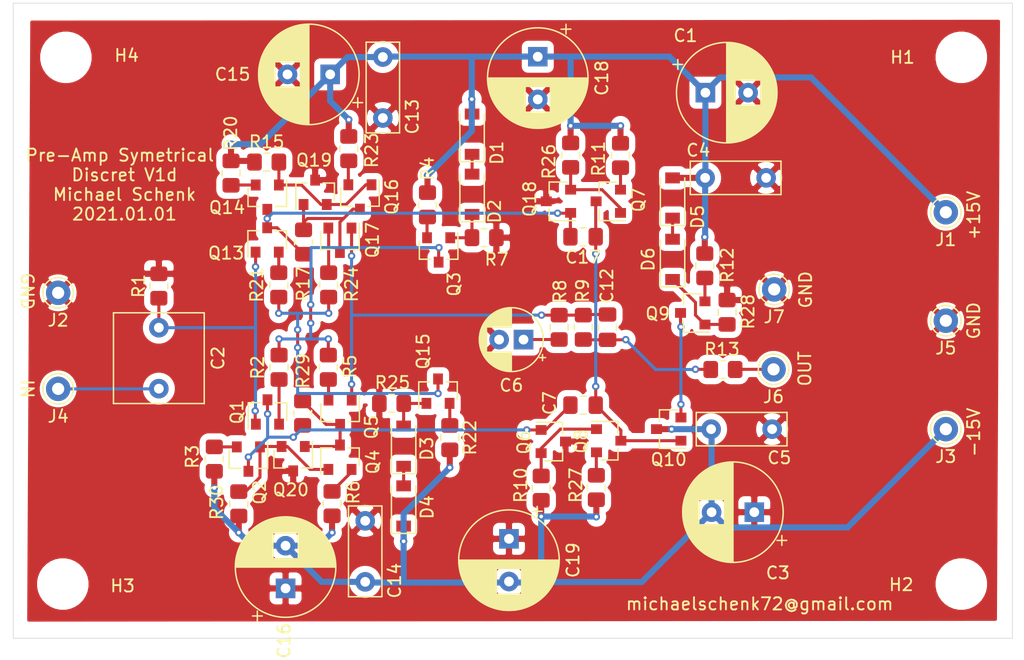
<source format=kicad_pcb>
(kicad_pcb (version 20171130) (host pcbnew "(5.1.8-0-10_14)")
  (layers (0 F.Cu signal) (31 B.Cu signal) (34 B.Paste user) (35 F.Paste user) (36 B.SilkS user) (37 F.SilkS user) (38 B.Mask user) (39 F.Mask user) (44 Edge.Cuts user))
  (net 0 "")
  (net 1 GND)
  (net 2 +15V)
  (net 3 "Net-(C2-Pad2)")
  (net 4 "Net-(C2-Pad1)")
  (net 5 -15V)
  (net 6 "Net-(C6-Pad1)")
  (net 7 "Net-(C7-Pad2)")
  (net 8 "Net-(D1-Pad1)")
  (net 9 "Net-(D2-Pad1)")
  (net 10 "Net-(J6-Pad1)")
  (net 11 "Net-(Q1-Pad2)")
  (net 12 "Net-(Q2-Pad2)")
  (net 13 "Net-(Q2-Pad1)")
  (net 14 "Net-(Q3-Pad3)")
  (net 15 "Net-(Q3-Pad2)")
  (net 16 "Net-(Q4-Pad2)")
  (net 17 "Net-(Q5-Pad2)")
  (net 18 "Net-(Q6-Pad2)")
  (net 19 "Net-(Q7-Pad2)")
  (net 20 "Net-(Q9-Pad2)")
  (net 21 "Net-(C12-Pad2)")
  (net 22 "Net-(C12-Pad1)")
  (net 23 "Net-(C17-Pad1)")
  (net 24 "Net-(C17-Pad2)")
  (net 25 "Net-(D3-Pad2)")
  (net 26 "Net-(D3-Pad1)")
  (net 27 "Net-(D5-Pad1)")
  (net 28 "Net-(D6-Pad1)")
  (net 29 "Net-(Q18-Pad2)")
  (net 30 "Net-(Q8-Pad2)")
  (net 31 "Net-(Q13-Pad2)")
  (net 32 "Net-(Q14-Pad2)")
  (net 33 "Net-(Q14-Pad1)")
  (net 34 "Net-(Q15-Pad3)")
  (net 35 "Net-(Q15-Pad2)")
  (net 36 "Net-(Q16-Pad2)")
  (net 37 "Net-(Q17-Pad2)")
  (net 38 "Net-(Q20-Pad1)")
  (net 39 "Net-(Q16-Pad3)")
  (module Capacitor_THT:CP_Radial_D8.0mm_P3.50mm (layer F.Cu) (at 178.6636 103.2256)
    (fp_text reference C1 (at -1.6383 -4.6736) (layer F.SilkS))
    (fp_text value 220uF)
    (pad 2 thru_hole circle (at 3.5 0) (size 1.6 1.6) (drill 0.8) (layers *.Cu *.Mask) (net 1 GND))
    (pad 1 thru_hole rect (at 0 0) (size 1.6 1.6) (drill 0.8) (layers *.Cu *.Mask) (net 2 +15V))
  )
  (module Resistor_SMD:R_0805_2012Metric_Pad1.20x1.40mm_HandSolder (layer F.Cu) (at 140.4112 136.9314 270)
    (fp_text reference R30 (at -0.127 1.8034 90) (layer F.SilkS))
    (fp_text value 1k)
    (pad 2 smd roundrect (at 1 0 270) (size 1.2 1.4) (layers F.Cu F.Paste F.Mask) (roundrect_rratio 0.2083325) (net 5 -15V))
    (pad 1 smd roundrect (at -1 0 270) (size 1.2 1.4) (layers F.Cu F.Paste F.Mask) (roundrect_rratio 0.2083325) (net 13 "Net-(Q2-Pad1)"))
  )
  (module Resistor_SMD:R_0805_2012Metric_Pad1.20x1.40mm_HandSolder (layer F.Cu) (at 145.6436 129.4986 270)
    (fp_text reference R29 (at -3.4638 -0.0254 90) (layer F.SilkS))
    (fp_text value 47k)
    (pad 2 smd roundrect (at 1 0 270) (size 1.2 1.4) (layers F.Cu F.Paste F.Mask) (roundrect_rratio 0.2083325) (net 7 "Net-(C7-Pad2)"))
    (pad 1 smd roundrect (at -1 0 270) (size 1.2 1.4) (layers F.Cu F.Paste F.Mask) (roundrect_rratio 0.2083325) (net 38 "Net-(Q20-Pad1)"))
  )
  (module Resistor_SMD:R_0805_2012Metric_Pad1.20x1.40mm_HandSolder (layer F.Cu) (at 145.7198 115.4684 270)
    (fp_text reference R17 (at 3.429 0.0254 90) (layer F.SilkS))
    (fp_text value 47k)
    (pad 2 smd roundrect (at 1 0 270) (size 1.2 1.4) (layers F.Cu F.Paste F.Mask) (roundrect_rratio 0.2083325) (net 24 "Net-(C17-Pad2)"))
    (pad 1 smd roundrect (at -1 0 270) (size 1.2 1.4) (layers F.Cu F.Paste F.Mask) (roundrect_rratio 0.2083325) (net 39 "Net-(Q16-Pad3)"))
  )
  (module Resistor_SMD:R_0805_2012Metric_Pad1.20x1.40mm_HandSolder (layer F.Cu) (at 142.6972 108.9152)
    (fp_text reference R15 (at 0 -1.65) (layer F.SilkS))
    (fp_text value 1k)
    (pad 2 smd roundrect (at 1 0) (size 1.2 1.4) (layers F.Cu F.Paste F.Mask) (roundrect_rratio 0.2083325) (net 33 "Net-(Q14-Pad1)"))
    (pad 1 smd roundrect (at -1 0) (size 1.2 1.4) (layers F.Cu F.Paste F.Mask) (roundrect_rratio 0.2083325) (net 2 +15V))
  )
  (module Package_TO_SOT_SMD:SOT-23 (layer F.Cu) (at 144.8714 133.2324 270)
    (fp_text reference Q20 (at 2.556 0.193 180) (layer F.SilkS))
    (fp_text value BC850C)
    (pad 3 smd rect (at 1 0 270) (size 0.9 0.8) (layers F.Cu F.Paste F.Mask) (net 1 GND))
    (pad 2 smd rect (at -1 0.95 270) (size 0.9 0.8) (layers F.Cu F.Paste F.Mask) (net 13 "Net-(Q2-Pad1)"))
    (pad 1 smd rect (at -1 -0.95 270) (size 0.9 0.8) (layers F.Cu F.Paste F.Mask) (net 38 "Net-(Q20-Pad1)"))
  )
  (module Package_TO_SOT_SMD:SOT-23 (layer F.Cu) (at 146.6698 111.395 90)
    (fp_text reference Q19 (at 2.6322 -0.0864 180) (layer F.SilkS))
    (fp_text value BC860C)
    (pad 3 smd rect (at 1 0 90) (size 0.9 0.8) (layers F.Cu F.Paste F.Mask) (net 1 GND))
    (pad 2 smd rect (at -1 0.95 90) (size 0.9 0.8) (layers F.Cu F.Paste F.Mask) (net 33 "Net-(Q14-Pad1)"))
    (pad 1 smd rect (at -1 -0.95 90) (size 0.9 0.8) (layers F.Cu F.Paste F.Mask) (net 39 "Net-(Q16-Pad3)"))
  )
  (module Capacitor_THT:CP_Radial_D8.0mm_P3.50mm (layer F.Cu) (at 162.56 139.8016 270)
    (fp_text reference C19 (at 1.75 -5.25 90) (layer F.SilkS))
    (fp_text value 220uF)
    (pad 2 thru_hole circle (at 3.5 0 270) (size 1.6 1.6) (drill 0.8) (layers *.Cu *.Mask) (net 5 -15V))
    (pad 1 thru_hole rect (at 0 0 270) (size 1.6 1.6) (drill 0.8) (layers *.Cu *.Mask) (net 1 GND))
  )
  (module Capacitor_THT:CP_Radial_D8.0mm_P3.50mm (layer F.Cu) (at 164.9222 100.2792 270)
    (fp_text reference C18 (at 1.75 -5.25 90) (layer F.SilkS))
    (fp_text value 220uF)
    (pad 2 thru_hole circle (at 3.5 0 270) (size 1.6 1.6) (drill 0.8) (layers *.Cu *.Mask) (net 1 GND))
    (pad 1 thru_hole rect (at 0 0 270) (size 1.6 1.6) (drill 0.8) (layers *.Cu *.Mask) (net 2 +15V))
  )
  (module Resistor_SMD:R_0805_2012Metric_Pad1.20x1.40mm_HandSolder (layer F.Cu) (at 138.4046 133.2644 270)
    (fp_text reference R3 (at -0.1938 1.8034 90) (layer F.SilkS))
    (fp_text value 68R)
    (pad 2 smd roundrect (at 1 0 270) (size 1.2 1.4) (layers F.Cu F.Paste F.Mask) (roundrect_rratio 0.2083325) (net 5 -15V))
    (pad 1 smd roundrect (at -1 0 270) (size 1.2 1.4) (layers F.Cu F.Paste F.Mask) (roundrect_rratio 0.2083325) (net 12 "Net-(Q2-Pad2)"))
  )
  (module Capacitor_THT:CP_Radial_D5.0mm_P2.00mm (layer F.Cu) (at 163.7538 123.4694 180)
    (fp_text reference C6 (at 1 -3.75) (layer F.SilkS))
    (fp_text value 100uF)
    (pad 2 thru_hole circle (at 2 0 180) (size 1.6 1.6) (drill 0.8) (layers *.Cu *.Mask) (net 1 GND))
    (pad 1 thru_hole rect (at 0 0 180) (size 1.6 1.6) (drill 0.8) (layers *.Cu *.Mask) (net 6 "Net-(C6-Pad1)"))
  )
  (module Package_TO_SOT_SMD:SOT-23 (layer F.Cu) (at 166.6146 112.1308 180)
    (fp_text reference Q18 (at 2.3528 0.193 90) (layer F.SilkS))
    (fp_text value BC860C)
    (pad 3 smd rect (at 1 0 180) (size 0.9 0.8) (layers F.Cu F.Paste F.Mask) (net 1 GND))
    (pad 2 smd rect (at -1 0.95 180) (size 0.9 0.8) (layers F.Cu F.Paste F.Mask) (net 29 "Net-(Q18-Pad2)"))
    (pad 1 smd rect (at -1 -0.95 180) (size 0.9 0.8) (layers F.Cu F.Paste F.Mask) (net 24 "Net-(C17-Pad2)"))
  )
  (module Resistor_SMD:R_0805_2012Metric_Pad1.20x1.40mm_HandSolder (layer F.Cu) (at 180.102 125.9205 180)
    (fp_text reference R13 (at 0.0795 1.651) (layer F.SilkS))
    (fp_text value 47R)
    (pad 2 smd roundrect (at 1 0 180) (size 1.2 1.4) (layers F.Cu F.Paste F.Mask) (roundrect_rratio 0.2083325) (net 22 "Net-(C12-Pad1)"))
    (pad 1 smd roundrect (at -1 0 180) (size 1.2 1.4) (layers F.Cu F.Paste F.Mask) (roundrect_rratio 0.2083325) (net 10 "Net-(J6-Pad1)"))
  )
  (module Resistor_SMD:R_0805_2012Metric_Pad1.20x1.40mm_HandSolder (layer F.Cu) (at 180.4416 121.2248 90)
    (fp_text reference R28 (at 0.0414 1.7145 90) (layer F.SilkS))
    (fp_text value 10k)
    (pad 2 smd roundrect (at 1 0 90) (size 1.2 1.4) (layers F.Cu F.Paste F.Mask) (roundrect_rratio 0.2083325) (net 1 GND))
    (pad 1 smd roundrect (at -1 0 90) (size 1.2 1.4) (layers F.Cu F.Paste F.Mask) (roundrect_rratio 0.2083325) (net 28 "Net-(D6-Pad1)"))
  )
  (module Resistor_SMD:R_0805_2012Metric_Pad1.20x1.40mm_HandSolder (layer F.Cu) (at 169.7228 135.5946 270)
    (fp_text reference R27 (at -0.1872 1.6764 90) (layer F.SilkS))
    (fp_text value 39R)
    (pad 2 smd roundrect (at 1 0 270) (size 1.2 1.4) (layers F.Cu F.Paste F.Mask) (roundrect_rratio 0.2083325) (net 5 -15V))
    (pad 1 smd roundrect (at -1 0 270) (size 1.2 1.4) (layers F.Cu F.Paste F.Mask) (roundrect_rratio 0.2083325) (net 30 "Net-(Q8-Pad2)"))
  )
  (module Resistor_SMD:R_0805_2012Metric_Pad1.20x1.40mm_HandSolder (layer F.Cu) (at 167.6146 108.347 270)
    (fp_text reference R26 (at 0.524 1.778 90) (layer F.SilkS))
    (fp_text value 2k2)
    (pad 2 smd roundrect (at 1 0 270) (size 1.2 1.4) (layers F.Cu F.Paste F.Mask) (roundrect_rratio 0.2083325) (net 29 "Net-(Q18-Pad2)"))
    (pad 1 smd roundrect (at -1 0 270) (size 1.2 1.4) (layers F.Cu F.Paste F.Mask) (roundrect_rratio 0.2083325) (net 2 +15V))
  )
  (module Resistor_SMD:R_0805_2012Metric_Pad1.20x1.40mm_HandSolder (layer F.Cu) (at 152.9334 128.7018)
    (fp_text reference R25 (at 0.0762 -1.7018) (layer F.SilkS))
    (fp_text value 10k)
    (pad 2 smd roundrect (at 1 0) (size 1.2 1.4) (layers F.Cu F.Paste F.Mask) (roundrect_rratio 0.2083325) (net 25 "Net-(D3-Pad2)"))
    (pad 1 smd roundrect (at -1 0) (size 1.2 1.4) (layers F.Cu F.Paste F.Mask) (roundrect_rratio 0.2083325) (net 1 GND))
  )
  (module Resistor_SMD:R_0805_2012Metric_Pad1.20x1.40mm_HandSolder (layer F.Cu) (at 147.7772 118.983 270)
    (fp_text reference R24 (at -0.0348 -1.8796 90) (layer F.SilkS))
    (fp_text value 100R)
    (pad 2 smd roundrect (at 1 0 270) (size 1.2 1.4) (layers F.Cu F.Paste F.Mask) (roundrect_rratio 0.2083325) (net 34 "Net-(Q15-Pad3)"))
    (pad 1 smd roundrect (at -1 0 270) (size 1.2 1.4) (layers F.Cu F.Paste F.Mask) (roundrect_rratio 0.2083325) (net 37 "Net-(Q17-Pad2)"))
  )
  (module Resistor_SMD:R_0805_2012Metric_Pad1.20x1.40mm_HandSolder (layer F.Cu) (at 149.4282 107.8136 270)
    (fp_text reference R23 (at 0.1364 -1.8796 90) (layer F.SilkS))
    (fp_text value 68R)
    (pad 2 smd roundrect (at 1 0 270) (size 1.2 1.4) (layers F.Cu F.Paste F.Mask) (roundrect_rratio 0.2083325) (net 36 "Net-(Q16-Pad2)"))
    (pad 1 smd roundrect (at -1 0 270) (size 1.2 1.4) (layers F.Cu F.Paste F.Mask) (roundrect_rratio 0.2083325) (net 2 +15V))
  )
  (module Resistor_SMD:R_0805_2012Metric_Pad1.20x1.40mm_HandSolder (layer F.Cu) (at 157.7086 131.5052 270)
    (fp_text reference R22 (at 0 -1.65 90) (layer F.SilkS))
    (fp_text value 100R)
    (pad 2 smd roundrect (at 1 0 270) (size 1.2 1.4) (layers F.Cu F.Paste F.Mask) (roundrect_rratio 0.2083325) (net 5 -15V))
    (pad 1 smd roundrect (at -1 0 270) (size 1.2 1.4) (layers F.Cu F.Paste F.Mask) (roundrect_rratio 0.2083325) (net 35 "Net-(Q15-Pad2)"))
  )
  (module Resistor_SMD:R_0805_2012Metric_Pad1.20x1.40mm_HandSolder (layer F.Cu) (at 143.6878 118.983 270)
    (fp_text reference R21 (at -0.0094 1.8034 90) (layer F.SilkS))
    (fp_text value 100R)
    (pad 2 smd roundrect (at 1 0 270) (size 1.2 1.4) (layers F.Cu F.Paste F.Mask) (roundrect_rratio 0.2083325) (net 34 "Net-(Q15-Pad3)"))
    (pad 1 smd roundrect (at -1 0 270) (size 1.2 1.4) (layers F.Cu F.Paste F.Mask) (roundrect_rratio 0.2083325) (net 31 "Net-(Q13-Pad2)"))
  )
  (module Resistor_SMD:R_0805_2012Metric_Pad1.20x1.40mm_HandSolder (layer F.Cu) (at 139.7762 109.8202 270)
    (fp_text reference R20 (at -3.2672 0.0254 90) (layer F.SilkS))
    (fp_text value 68R)
    (pad 2 smd roundrect (at 1 0 270) (size 1.2 1.4) (layers F.Cu F.Paste F.Mask) (roundrect_rratio 0.2083325) (net 32 "Net-(Q14-Pad2)"))
    (pad 1 smd roundrect (at -1 0 270) (size 1.2 1.4) (layers F.Cu F.Paste F.Mask) (roundrect_rratio 0.2083325) (net 2 +15V))
  )
  (module Package_TO_SOT_SMD:SOT-23 (layer F.Cu) (at 148.7018 115.3254 270)
    (fp_text reference Q17 (at -0.016 -2.667 90) (layer F.SilkS))
    (fp_text value BC850C)
    (pad 3 smd rect (at 1 0 270) (size 0.9 0.8) (layers F.Cu F.Paste F.Mask) (net 39 "Net-(Q16-Pad3)"))
    (pad 2 smd rect (at -1 0.95 270) (size 0.9 0.8) (layers F.Cu F.Paste F.Mask) (net 37 "Net-(Q17-Pad2)"))
    (pad 1 smd rect (at -1 -0.95 270) (size 0.9 0.8) (layers F.Cu F.Paste F.Mask) (net 21 "Net-(C12-Pad2)"))
  )
  (module Package_TO_SOT_SMD:SOT-23 (layer F.Cu) (at 150.3426 111.776 270)
    (fp_text reference Q16 (at -0.016 -2.6035 90) (layer F.SilkS))
    (fp_text value BC860C)
    (pad 3 smd rect (at 1 0 270) (size 0.9 0.8) (layers F.Cu F.Paste F.Mask) (net 39 "Net-(Q16-Pad3)"))
    (pad 2 smd rect (at -1 0.95 270) (size 0.9 0.8) (layers F.Cu F.Paste F.Mask) (net 36 "Net-(Q16-Pad2)"))
    (pad 1 smd rect (at -1 -0.95 270) (size 0.9 0.8) (layers F.Cu F.Paste F.Mask) (net 33 "Net-(Q14-Pad1)"))
  )
  (module Package_TO_SOT_SMD:SOT-23 (layer F.Cu) (at 156.7434 127.6952 90)
    (fp_text reference Q15 (at 3.2606 -1.2192 90) (layer F.SilkS))
    (fp_text value BC850C)
    (pad 3 smd rect (at 1 0 90) (size 0.9 0.8) (layers F.Cu F.Paste F.Mask) (net 34 "Net-(Q15-Pad3)"))
    (pad 2 smd rect (at -1 0.95 90) (size 0.9 0.8) (layers F.Cu F.Paste F.Mask) (net 35 "Net-(Q15-Pad2)"))
    (pad 1 smd rect (at -1 -0.95 90) (size 0.9 0.8) (layers F.Cu F.Paste F.Mask) (net 25 "Net-(D3-Pad2)"))
  )
  (module Package_TO_SOT_SMD:SOT-23 (layer F.Cu) (at 142.748 111.7948 270)
    (fp_text reference Q14 (at 0.8542 3.302) (layer F.SilkS))
    (fp_text value BC860C)
    (pad 3 smd rect (at 1 0 270) (size 0.9 0.8) (layers F.Cu F.Paste F.Mask) (net 24 "Net-(C17-Pad2)"))
    (pad 2 smd rect (at -1 0.95 270) (size 0.9 0.8) (layers F.Cu F.Paste F.Mask) (net 32 "Net-(Q14-Pad2)"))
    (pad 1 smd rect (at -1 -0.95 270) (size 0.9 0.8) (layers F.Cu F.Paste F.Mask) (net 33 "Net-(Q14-Pad1)"))
  )
  (module Package_TO_SOT_SMD:SOT-23 (layer F.Cu) (at 142.7378 115.3 90)
    (fp_text reference Q13 (at -1.0828 -3.368 180) (layer F.SilkS))
    (fp_text value BC850C)
    (pad 3 smd rect (at 1 0 90) (size 0.9 0.8) (layers F.Cu F.Paste F.Mask) (net 24 "Net-(C17-Pad2)"))
    (pad 2 smd rect (at -1 0.95 90) (size 0.9 0.8) (layers F.Cu F.Paste F.Mask) (net 31 "Net-(Q13-Pad2)"))
    (pad 1 smd rect (at -1 -0.95 90) (size 0.9 0.8) (layers F.Cu F.Paste F.Mask) (net 4 "Net-(C2-Pad1)"))
  )
  (module Diode_SMD:D_SOD-123 (layer F.Cu) (at 175.9712 116.8908 90)
    (fp_text reference D6 (at 0 -2 90) (layer F.SilkS))
    (fp_text value 1N4148W)
    (pad 2 smd rect (at 1.65 0 90) (size 0.9 1.2) (layers F.Cu F.Paste F.Mask) (net 27 "Net-(D5-Pad1)"))
    (pad 1 smd rect (at -1.65 0 90) (size 0.9 1.2) (layers F.Cu F.Paste F.Mask) (net 28 "Net-(D6-Pad1)"))
  )
  (module Diode_SMD:D_SOD-123 (layer F.Cu) (at 175.9712 111.8626 90)
    (fp_text reference D5 (at -1.5484 2.0574 90) (layer F.SilkS))
    (fp_text value 1N4148W)
    (pad 2 smd rect (at 1.65 0 90) (size 0.9 1.2) (layers F.Cu F.Paste F.Mask) (net 2 +15V))
    (pad 1 smd rect (at -1.65 0 90) (size 0.9 1.2) (layers F.Cu F.Paste F.Mask) (net 27 "Net-(D5-Pad1)"))
  )
  (module Diode_SMD:D_SOD-123 (layer F.Cu) (at 153.924 137.1082 90)
    (fp_text reference D4 (at -0.1026 1.9304 90) (layer F.SilkS))
    (fp_text value 1N4148W)
    (pad 2 smd rect (at 1.65 0 90) (size 0.9 1.2) (layers F.Cu F.Paste F.Mask) (net 26 "Net-(D3-Pad1)"))
    (pad 1 smd rect (at -1.65 0 90) (size 0.9 1.2) (layers F.Cu F.Paste F.Mask) (net 5 -15V))
  )
  (module Diode_SMD:D_SOD-123 (layer F.Cu) (at 153.924 132.207 90)
    (fp_text reference D3 (at -0.2032 1.905 90) (layer F.SilkS))
    (fp_text value 1N4148W)
    (pad 2 smd rect (at 1.65 0 90) (size 0.9 1.2) (layers F.Cu F.Paste F.Mask) (net 25 "Net-(D3-Pad2)"))
    (pad 1 smd rect (at -1.65 0 90) (size 0.9 1.2) (layers F.Cu F.Paste F.Mask) (net 26 "Net-(D3-Pad1)"))
  )
  (module Capacitor_SMD:C_0805_2012Metric_Pad1.18x1.45mm_HandSolder (layer F.Cu) (at 168.6345 115.0366 180)
    (fp_text reference C17 (at 0 -1.68) (layer F.SilkS))
    (fp_text value 270pF)
    (pad 2 smd roundrect (at 1.0375 0 180) (size 1.175 1.45) (layers F.Cu F.Paste F.Mask) (roundrect_rratio 0.2127659574468085) (net 24 "Net-(C17-Pad2)"))
    (pad 1 smd roundrect (at -1.0375 0 180) (size 1.175 1.45) (layers F.Cu F.Paste F.Mask) (roundrect_rratio 0.2127659574468085) (net 23 "Net-(C17-Pad1)"))
  )
  (module Capacitor_THT:CP_Radial_D8.0mm_P3.50mm (layer F.Cu) (at 144.2466 143.8656 90)
    (fp_text reference C16 (at -4.2926 -0.127 90) (layer F.SilkS))
    (fp_text value 220uF)
    (pad 2 thru_hole circle (at 3.5 0 90) (size 1.6 1.6) (drill 0.8) (layers *.Cu *.Mask) (net 5 -15V))
    (pad 1 thru_hole rect (at 0 0 90) (size 1.6 1.6) (drill 0.8) (layers *.Cu *.Mask) (net 1 GND))
  )
  (module Capacitor_THT:CP_Radial_D8.0mm_P3.50mm (layer F.Cu) (at 147.9042 101.727 180)
    (fp_text reference C15 (at 8.001 0) (layer F.SilkS))
    (fp_text value 220uF)
    (pad 2 thru_hole circle (at 3.5 0 180) (size 1.6 1.6) (drill 0.8) (layers *.Cu *.Mask) (net 1 GND))
    (pad 1 thru_hole rect (at 0 0 180) (size 1.6 1.6) (drill 0.8) (layers *.Cu *.Mask) (net 2 +15V))
  )
  (module Capacitor_THT:CP_Radial_D8.0mm_P3.50mm (layer F.Cu) (at 182.6716 137.6172 180)
    (fp_text reference C3 (at -1.9304 -4.9784) (layer F.SilkS))
    (fp_text value 220uF)
    (pad 2 thru_hole circle (at 3.5 0 180) (size 1.6 1.6) (drill 0.8) (layers *.Cu *.Mask) (net 5 -15V))
    (pad 1 thru_hole rect (at 0 0 180) (size 1.6 1.6) (drill 0.8) (layers *.Cu *.Mask) (net 1 GND))
  )
  (module Capacitor_THT:C_Rect_L7.2mm_W2.5mm_P5.00mm_FKS2_FKP2_MKS2_MKP2 (layer F.Cu) (at 150.7744 143.3284 90)
    (fp_text reference C14 (at 0.0978 2.413 90) (layer F.SilkS))
    (fp_text value 100nF)
    (pad 2 thru_hole circle (at 5 0 90) (size 1.6 1.6) (drill 0.8) (layers *.Cu *.Mask) (net 1 GND))
    (pad 1 thru_hole circle (at 0 0 90) (size 1.6 1.6) (drill 0.8) (layers *.Cu *.Mask) (net 5 -15V))
  )
  (module Capacitor_THT:C_Rect_L7.2mm_W2.5mm_P5.00mm_FKS2_FKP2_MKS2_MKP2 (layer F.Cu) (at 152.2222 105.3046 90)
    (fp_text reference C13 (at 0.1105 2.413 90) (layer F.SilkS))
    (fp_text value 100nF)
    (pad 2 thru_hole circle (at 5 0 90) (size 1.6 1.6) (drill 0.8) (layers *.Cu *.Mask) (net 2 +15V))
    (pad 1 thru_hole circle (at 0 0 90) (size 1.6 1.6) (drill 0.8) (layers *.Cu *.Mask) (net 1 GND))
  )
  (module Capacitor_THT:C_Rect_L7.2mm_W2.5mm_P5.00mm_FKS2_FKP2_MKS2_MKP2 (layer F.Cu) (at 179.1335 130.81)
    (fp_text reference C5 (at 5.588 2.3495) (layer F.SilkS))
    (fp_text value 100nF)
    (pad 2 thru_hole circle (at 5 0) (size 1.6 1.6) (drill 0.8) (layers *.Cu *.Mask) (net 1 GND))
    (pad 1 thru_hole circle (at 0 0) (size 1.6 1.6) (drill 0.8) (layers *.Cu *.Mask) (net 5 -15V))
  )
  (module Capacitor_THT:C_Rect_L7.2mm_W2.5mm_P5.00mm_FKS2_FKP2_MKS2_MKP2 (layer F.Cu) (at 183.642 110.2106 180)
    (fp_text reference C4 (at 5.5626 2.2606) (layer F.SilkS))
    (fp_text value 100nF)
    (pad 2 thru_hole circle (at 5 0 180) (size 1.6 1.6) (drill 0.8) (layers *.Cu *.Mask) (net 2 +15V))
    (pad 1 thru_hole circle (at 0 0 180) (size 1.6 1.6) (drill 0.8) (layers *.Cu *.Mask) (net 1 GND))
  )
  (module Connector_Pin:Pin_D1.0mm_L10.0mm (layer F.Cu) (at 184.3024 119.3546)
    (fp_text reference J7 (at 0 2.25) (layer F.SilkS))
    (fp_text value Conn_01x01)
    (pad 1 thru_hole circle (at 0 0) (size 2 2) (drill 1) (layers *.Cu *.Mask) (net 1 GND))
  )
  (module Connector_Pin:Pin_D1.0mm_L10.0mm (layer F.Cu) (at 184.2516 125.9078)
    (fp_text reference J6 (at 0 2.25) (layer F.SilkS))
    (fp_text value Conn_01x01)
    (pad 1 thru_hole circle (at 0 0) (size 2 2) (drill 1) (layers *.Cu *.Mask) (net 10 "Net-(J6-Pad1)"))
  )
  (module Connector_Pin:Pin_D1.0mm_L10.0mm (layer F.Cu) (at 198.374 121.92)
    (fp_text reference J5 (at 0 2.25) (layer F.SilkS))
    (fp_text value Conn_01x01)
    (pad 1 thru_hole circle (at 0 0) (size 2 2) (drill 1) (layers *.Cu *.Mask) (net 1 GND))
  )
  (module Connector_Pin:Pin_D1.0mm_L10.0mm (layer F.Cu) (at 125.603 127.508)
    (fp_text reference J4 (at 0 2.25) (layer F.SilkS))
    (fp_text value Conn_01x01)
    (pad 1 thru_hole circle (at 0 0) (size 2 2) (drill 1) (layers *.Cu *.Mask) (net 3 "Net-(C2-Pad2)"))
  )
  (module Connector_Pin:Pin_D1.0mm_L10.0mm (layer F.Cu) (at 198.374 130.81)
    (fp_text reference J3 (at 0 2.25) (layer F.SilkS))
    (fp_text value Conn_01x01)
    (pad 1 thru_hole circle (at 0 0) (size 2 2) (drill 1) (layers *.Cu *.Mask) (net 5 -15V))
  )
  (module Connector_Pin:Pin_D1.0mm_L10.0mm (layer F.Cu) (at 125.603 119.634)
    (fp_text reference J2 (at 0 2.25) (layer F.SilkS))
    (fp_text value Conn_01x01)
    (pad 1 thru_hole circle (at 0 0) (size 2 2) (drill 1) (layers *.Cu *.Mask) (net 1 GND))
  )
  (module Connector_Pin:Pin_D1.0mm_L10.0mm (layer F.Cu) (at 198.374 113.03)
    (fp_text reference J1 (at 0 2.25) (layer F.SilkS))
    (fp_text value Conn_01x01)
    (pad 1 thru_hole circle (at 0 0) (size 2 2) (drill 1) (layers *.Cu *.Mask) (net 2 +15V))
  )
  (module Package_TO_SOT_SMD:SOT-23 (layer F.Cu) (at 148.7068 133.112 90)
    (fp_text reference Q4 (at -0.3904 2.7026 270) (layer F.SilkS))
    (fp_text value BC850C)
    (pad 3 smd rect (at 1 0 90) (size 0.9 0.8) (layers F.Cu F.Paste F.Mask) (net 38 "Net-(Q20-Pad1)"))
    (pad 2 smd rect (at -1 0.95 90) (size 0.9 0.8) (layers F.Cu F.Paste F.Mask) (net 16 "Net-(Q4-Pad2)"))
    (pad 1 smd rect (at -1 -0.95 90) (size 0.9 0.8) (layers F.Cu F.Paste F.Mask) (net 13 "Net-(Q2-Pad1)"))
  )
  (module Package_TO_SOT_SMD:SOT-23 (layer F.Cu) (at 175.657 130.8075 180)
    (fp_text reference Q10 (at 0 -2.5) (layer F.SilkS))
    (fp_text value BC860C)
    (pad 3 smd rect (at 1 0 180) (size 0.9 0.8) (layers F.Cu F.Paste F.Mask) (net 5 -15V))
    (pad 2 smd rect (at -1 0.95 180) (size 0.9 0.8) (layers F.Cu F.Paste F.Mask) (net 22 "Net-(C12-Pad1)"))
    (pad 1 smd rect (at -1 -0.95 180) (size 0.9 0.8) (layers F.Cu F.Paste F.Mask) (net 23 "Net-(C17-Pad1)"))
  )
  (module Resistor_SMD:R_0805_2012Metric_Pad1.20x1.40mm_HandSolder (layer F.Cu) (at 155.8798 112.4204 270)
    (fp_text reference R4 (at -2.9685 0 90) (layer F.SilkS))
    (fp_text value 100R)
    (pad 2 smd roundrect (at 1 0 270) (size 1.2 1.4) (layers F.Cu F.Paste F.Mask) (roundrect_rratio 0.2083325) (net 15 "Net-(Q3-Pad2)"))
    (pad 1 smd roundrect (at -1 0 270) (size 1.2 1.4) (layers F.Cu F.Paste F.Mask) (roundrect_rratio 0.2083325) (net 2 +15V))
  )
  (module Capacitor_SMD:C_0805_2012Metric_Pad1.18x1.45mm_HandSolder (layer F.Cu) (at 168.6345 128.8415 180)
    (fp_text reference C7 (at 2.7471 0.1651 90) (layer F.SilkS))
    (fp_text value 270pF)
    (pad 2 smd roundrect (at 1.0375 0 180) (size 1.175 1.45) (layers F.Cu F.Paste F.Mask) (roundrect_rratio 0.2127659574468085) (net 7 "Net-(C7-Pad2)"))
    (pad 1 smd roundrect (at -1.0375 0 180) (size 1.175 1.45) (layers F.Cu F.Paste F.Mask) (roundrect_rratio 0.2127659574468085) (net 23 "Net-(C17-Pad1)"))
  )
  (module Capacitor_SMD:C_0805_2012Metric_Pad1.18x1.45mm_HandSolder (layer F.Cu) (at 170.6372 122.4495 90)
    (fp_text reference C12 (at 3.3821 -0.0508 90) (layer F.SilkS))
    (fp_text value 6.8pF)
    (pad 2 smd roundrect (at 1.0375 0 90) (size 1.175 1.45) (layers F.Cu F.Paste F.Mask) (roundrect_rratio 0.2127659574468085) (net 21 "Net-(C12-Pad2)"))
    (pad 1 smd roundrect (at -1.0375 0 90) (size 1.175 1.45) (layers F.Cu F.Paste F.Mask) (roundrect_rratio 0.2127659574468085) (net 22 "Net-(C12-Pad1)"))
  )
  (module Package_TO_SOT_SMD:SOT-23 (layer F.Cu) (at 177.6255 121.2825 180)
    (fp_text reference Q9 (at 2.8735 -0.066) (layer F.SilkS))
    (fp_text value BC860C)
    (pad 1 smd rect (at -1 -0.95 180) (size 0.9 0.8) (layers F.Cu F.Paste F.Mask) (net 28 "Net-(D6-Pad1)"))
    (pad 2 smd rect (at -1 0.95 180) (size 0.9 0.8) (layers F.Cu F.Paste F.Mask) (net 20 "Net-(Q9-Pad2)"))
    (pad 3 smd rect (at 1 0 180) (size 0.9 0.8) (layers F.Cu F.Paste F.Mask) (net 22 "Net-(C12-Pad1)"))
  )
  (module Resistor_SMD:R_0805_2012Metric_Pad1.20x1.40mm_HandSolder (layer F.Cu) (at 133.858 119.0752 90)
    (fp_text reference R1 (at 0 -1.65 90) (layer F.SilkS))
    (fp_text value 10k)
    (pad 2 smd roundrect (at 1 0 90) (size 1.2 1.4) (layers F.Cu F.Paste F.Mask) (roundrect_rratio 0.2083325) (net 1 GND))
    (pad 1 smd roundrect (at -1 0 90) (size 1.2 1.4) (layers F.Cu F.Paste F.Mask) (roundrect_rratio 0.2083325) (net 4 "Net-(C2-Pad1)"))
  )
  (module Resistor_SMD:R_0805_2012Metric_Pad1.20x1.40mm_HandSolder (layer F.Cu) (at 178.6128 117.4148 270)
    (fp_text reference R12 (at -0.0475 -1.8415 90) (layer F.SilkS))
    (fp_text value 100R)
    (pad 2 smd roundrect (at 1 0 270) (size 1.2 1.4) (layers F.Cu F.Paste F.Mask) (roundrect_rratio 0.2083325) (net 20 "Net-(Q9-Pad2)"))
    (pad 1 smd roundrect (at -1 0 270) (size 1.2 1.4) (layers F.Cu F.Paste F.Mask) (roundrect_rratio 0.2083325) (net 2 +15V))
  )
  (module Resistor_SMD:R_0805_2012Metric_Pad1.20x1.40mm_HandSolder (layer F.Cu) (at 171.704 108.3724 270)
    (fp_text reference R11 (at 0.2634 1.8034 90) (layer F.SilkS))
    (fp_text value 39R)
    (pad 2 smd roundrect (at 1 0 270) (size 1.2 1.4) (layers F.Cu F.Paste F.Mask) (roundrect_rratio 0.2083325) (net 19 "Net-(Q7-Pad2)"))
    (pad 1 smd roundrect (at -1 0 270) (size 1.2 1.4) (layers F.Cu F.Paste F.Mask) (roundrect_rratio 0.2083325) (net 2 +15V))
  )
  (module Resistor_SMD:R_0805_2012Metric_Pad1.20x1.40mm_HandSolder (layer F.Cu) (at 165.2016 135.6454 270)
    (fp_text reference R10 (at -0.238 1.6764 90) (layer F.SilkS))
    (fp_text value 2k2)
    (pad 2 smd roundrect (at 1 0 270) (size 1.2 1.4) (layers F.Cu F.Paste F.Mask) (roundrect_rratio 0.2083325) (net 5 -15V))
    (pad 1 smd roundrect (at -1 0 270) (size 1.2 1.4) (layers F.Cu F.Paste F.Mask) (roundrect_rratio 0.2083325) (net 18 "Net-(Q6-Pad2)"))
  )
  (module Resistor_SMD:R_0805_2012Metric_Pad1.20x1.40mm_HandSolder (layer F.Cu) (at 168.656 122.4628 90)
    (fp_text reference R9 (at 3.0005 -0.0635 90) (layer F.SilkS))
    (fp_text value 10k)
    (pad 2 smd roundrect (at 1 0 90) (size 1.2 1.4) (layers F.Cu F.Paste F.Mask) (roundrect_rratio 0.2083325) (net 21 "Net-(C12-Pad2)"))
    (pad 1 smd roundrect (at -1 0 90) (size 1.2 1.4) (layers F.Cu F.Paste F.Mask) (roundrect_rratio 0.2083325) (net 22 "Net-(C12-Pad1)"))
  )
  (module Resistor_SMD:R_0805_2012Metric_Pad1.20x1.40mm_HandSolder (layer F.Cu) (at 166.6748 122.4628 270)
    (fp_text reference R8 (at -2.937 -0.0635 90) (layer F.SilkS))
    (fp_text value 10k)
    (pad 2 smd roundrect (at 1 0 270) (size 1.2 1.4) (layers F.Cu F.Paste F.Mask) (roundrect_rratio 0.2083325) (net 6 "Net-(C6-Pad1)"))
    (pad 1 smd roundrect (at -1 0 270) (size 1.2 1.4) (layers F.Cu F.Paste F.Mask) (roundrect_rratio 0.2083325) (net 21 "Net-(C12-Pad2)"))
  )
  (module Resistor_SMD:R_0805_2012Metric_Pad1.20x1.40mm_HandSolder (layer F.Cu) (at 160.528 115.1128)
    (fp_text reference R7 (at 1.016 1.778) (layer F.SilkS))
    (fp_text value 10k)
    (pad 2 smd roundrect (at 1 0) (size 1.2 1.4) (layers F.Cu F.Paste F.Mask) (roundrect_rratio 0.2083325) (net 1 GND))
    (pad 1 smd roundrect (at -1 0) (size 1.2 1.4) (layers F.Cu F.Paste F.Mask) (roundrect_rratio 0.2083325) (net 9 "Net-(D2-Pad1)"))
  )
  (module Resistor_SMD:R_0805_2012Metric_Pad1.20x1.40mm_HandSolder (layer F.Cu) (at 148.0566 136.9154 270)
    (fp_text reference R6 (at -0.9238 -1.7272 90) (layer F.SilkS))
    (fp_text value 68R)
    (pad 2 smd roundrect (at 1 0 270) (size 1.2 1.4) (layers F.Cu F.Paste F.Mask) (roundrect_rratio 0.2083325) (net 5 -15V))
    (pad 1 smd roundrect (at -1 0 270) (size 1.2 1.4) (layers F.Cu F.Paste F.Mask) (roundrect_rratio 0.2083325) (net 16 "Net-(Q4-Pad2)"))
  )
  (module Resistor_SMD:R_0805_2012Metric_Pad1.20x1.40mm_HandSolder (layer F.Cu) (at 147.7518 125.7394 270)
    (fp_text reference R5 (at -0.0602 -1.778 90) (layer F.SilkS))
    (fp_text value 100R)
    (pad 2 smd roundrect (at 1 0 270) (size 1.2 1.4) (layers F.Cu F.Paste F.Mask) (roundrect_rratio 0.2083325) (net 17 "Net-(Q5-Pad2)"))
    (pad 1 smd roundrect (at -1 0 270) (size 1.2 1.4) (layers F.Cu F.Paste F.Mask) (roundrect_rratio 0.2083325) (net 14 "Net-(Q3-Pad3)"))
  )
  (module Resistor_SMD:R_0805_2012Metric_Pad1.20x1.40mm_HandSolder (layer F.Cu) (at 143.7132 125.7394 270)
    (fp_text reference R2 (at 0.016 1.7526 90) (layer F.SilkS))
    (fp_text value 100R)
    (pad 2 smd roundrect (at 1 0 270) (size 1.2 1.4) (layers F.Cu F.Paste F.Mask) (roundrect_rratio 0.2083325) (net 11 "Net-(Q1-Pad2)"))
    (pad 1 smd roundrect (at -1 0 270) (size 1.2 1.4) (layers F.Cu F.Paste F.Mask) (roundrect_rratio 0.2083325) (net 14 "Net-(Q3-Pad3)"))
  )
  (module Package_TO_SOT_SMD:SOT-23 (layer F.Cu) (at 170.7355 131.76)
    (fp_text reference Q8 (at -2.2573 0.0406 90) (layer F.SilkS))
    (fp_text value BC850C)
    (pad 3 smd rect (at 1 0) (size 0.9 0.8) (layers F.Cu F.Paste F.Mask) (net 23 "Net-(C17-Pad1)"))
    (pad 2 smd rect (at -1 0.95) (size 0.9 0.8) (layers F.Cu F.Paste F.Mask) (net 30 "Net-(Q8-Pad2)"))
    (pad 1 smd rect (at -1 -0.95) (size 0.9 0.8) (layers F.Cu F.Paste F.Mask) (net 18 "Net-(Q6-Pad2)"))
  )
  (module Package_TO_SOT_SMD:SOT-23 (layer F.Cu) (at 170.704 112.1308 180)
    (fp_text reference Q7 (at -2.4732 0.1168 90) (layer F.SilkS))
    (fp_text value BC860C)
    (pad 3 smd rect (at 1 0 180) (size 0.9 0.8) (layers F.Cu F.Paste F.Mask) (net 23 "Net-(C17-Pad1)"))
    (pad 2 smd rect (at -1 0.95 180) (size 0.9 0.8) (layers F.Cu F.Paste F.Mask) (net 19 "Net-(Q7-Pad2)"))
    (pad 1 smd rect (at -1 -0.95 180) (size 0.9 0.8) (layers F.Cu F.Paste F.Mask) (net 29 "Net-(Q18-Pad2)"))
  )
  (module Package_TO_SOT_SMD:SOT-23 (layer F.Cu) (at 166.1955 131.826)
    (fp_text reference Q6 (at -2.4163 0.0508 90) (layer F.SilkS))
    (fp_text value BC850C)
    (pad 3 smd rect (at 1 0) (size 0.9 0.8) (layers F.Cu F.Paste F.Mask) (net 1 GND))
    (pad 2 smd rect (at -1 0.95) (size 0.9 0.8) (layers F.Cu F.Paste F.Mask) (net 18 "Net-(Q6-Pad2)"))
    (pad 1 smd rect (at -1 -0.95) (size 0.9 0.8) (layers F.Cu F.Paste F.Mask) (net 7 "Net-(C7-Pad2)"))
  )
  (module Package_TO_SOT_SMD:SOT-23 (layer F.Cu) (at 148.717 129.4224 270)
    (fp_text reference Q5 (at 1.2098 -2.5654 90) (layer F.SilkS))
    (fp_text value BC860C)
    (pad 3 smd rect (at 1 0 270) (size 0.9 0.8) (layers F.Cu F.Paste F.Mask) (net 38 "Net-(Q20-Pad1)"))
    (pad 2 smd rect (at -1 0.95 270) (size 0.9 0.8) (layers F.Cu F.Paste F.Mask) (net 17 "Net-(Q5-Pad2)"))
    (pad 1 smd rect (at -1 -0.95 270) (size 0.9 0.8) (layers F.Cu F.Paste F.Mask) (net 21 "Net-(C12-Pad2)"))
  )
  (module Package_TO_SOT_SMD:SOT-23 (layer F.Cu) (at 156.7942 116.1194 270)
    (fp_text reference Q3 (at 2.81 -1.2675 90) (layer F.SilkS))
    (fp_text value BC860C)
    (pad 3 smd rect (at 1 0 270) (size 0.9 0.8) (layers F.Cu F.Paste F.Mask) (net 14 "Net-(Q3-Pad3)"))
    (pad 2 smd rect (at -1 0.95 270) (size 0.9 0.8) (layers F.Cu F.Paste F.Mask) (net 15 "Net-(Q3-Pad2)"))
    (pad 1 smd rect (at -1 -0.95 270) (size 0.9 0.8) (layers F.Cu F.Paste F.Mask) (net 9 "Net-(D2-Pad1)"))
  )
  (module Package_TO_SOT_SMD:SOT-23 (layer F.Cu) (at 141.1986 133.2644 270)
    (fp_text reference Q2 (at 2.7272 -0.9144 270) (layer F.SilkS))
    (fp_text value BC850C)
    (pad 3 smd rect (at 1 0 270) (size 0.9 0.8) (layers F.Cu F.Paste F.Mask) (net 7 "Net-(C7-Pad2)"))
    (pad 2 smd rect (at -1 0.95 270) (size 0.9 0.8) (layers F.Cu F.Paste F.Mask) (net 12 "Net-(Q2-Pad2)"))
    (pad 1 smd rect (at -1 -0.95 270) (size 0.9 0.8) (layers F.Cu F.Paste F.Mask) (net 13 "Net-(Q2-Pad1)"))
  )
  (module Package_TO_SOT_SMD:SOT-23 (layer F.Cu) (at 142.7632 129.4036 90)
    (fp_text reference Q1 (at 0 -2.5 90) (layer F.SilkS))
    (fp_text value BC860C)
    (pad 3 smd rect (at 1 0 90) (size 0.9 0.8) (layers F.Cu F.Paste F.Mask) (net 7 "Net-(C7-Pad2)"))
    (pad 2 smd rect (at -1 0.95 90) (size 0.9 0.8) (layers F.Cu F.Paste F.Mask) (net 11 "Net-(Q1-Pad2)"))
    (pad 1 smd rect (at -1 -0.95 90) (size 0.9 0.8) (layers F.Cu F.Paste F.Mask) (net 4 "Net-(C2-Pad1)"))
  )
  (module MountingHole:MountingHole_3.2mm_M3 (layer F.Cu) (at 126.238 100.33)
    (fp_text reference H4 (at 4.9784 -0.1524) (layer F.SilkS))
    (fp_text value MountingHole)
    (pad 1 np_thru_hole circle (at 0 0) (size 3.2 3.2) (drill 3.2) (layers *.Cu *.Mask))
  )
  (module MountingHole:MountingHole_3.2mm_M3 (layer F.Cu) (at 125.984 143.51)
    (fp_text reference H3 (at 4.9022 0.1524) (layer F.SilkS))
    (fp_text value MountingHole)
    (pad 1 np_thru_hole circle (at 0 0) (size 3.2 3.2) (drill 3.2) (layers *.Cu *.Mask))
  )
  (module MountingHole:MountingHole_3.2mm_M3 (layer F.Cu) (at 199.644 143.51)
    (fp_text reference H2 (at -4.9276 0.0508) (layer F.SilkS))
    (fp_text value MountingHole)
    (pad 1 np_thru_hole circle (at 0 0) (size 3.2 3.2) (drill 3.2) (layers *.Cu *.Mask))
  )
  (module MountingHole:MountingHole_3.2mm_M3 (layer F.Cu) (at 199.644 100.33)
    (fp_text reference H1 (at -4.826 0) (layer F.SilkS))
    (fp_text value MountingHole)
    (pad 1 np_thru_hole circle (at 0 0) (size 3.2 3.2) (drill 3.2) (layers *.Cu *.Mask))
  )
  (module Diode_SMD:D_SOD-123 (layer F.Cu) (at 159.5374 111.5568 90)
    (fp_text reference D2 (at -1.397 1.8415 90) (layer F.SilkS))
    (fp_text value 1N4148W)
    (pad 2 smd rect (at 1.65 0 90) (size 0.9 1.2) (layers F.Cu F.Paste F.Mask) (net 8 "Net-(D1-Pad1)"))
    (pad 1 smd rect (at -1.65 0 90) (size 0.9 1.2) (layers F.Cu F.Paste F.Mask) (net 9 "Net-(D2-Pad1)"))
  )
  (module Diode_SMD:D_SOD-123 (layer F.Cu) (at 159.5374 106.6302 90)
    (fp_text reference D1 (at -1.525 2.032 90) (layer F.SilkS))
    (fp_text value 1N4148W)
    (pad 2 smd rect (at 1.65 0 90) (size 0.9 1.2) (layers F.Cu F.Paste F.Mask) (net 2 +15V))
    (pad 1 smd rect (at -1.65 0 90) (size 0.9 1.2) (layers F.Cu F.Paste F.Mask) (net 8 "Net-(D1-Pad1)"))
  )
  (module Capacitor_THT:C_Rect_L7.2mm_W7.2mm_P5.00mm_FKS2_FKP2_MKS2_MKP2 (layer F.Cu) (at 133.858 122.4915 270)
    (fp_text reference C2 (at 2.5 -4.85 90) (layer F.SilkS))
    (fp_text value 3.3uF)
    (pad 2 thru_hole circle (at 5 0 270) (size 1.6 1.6) (drill 0.8) (layers *.Cu *.Mask) (net 3 "Net-(C2-Pad2)"))
    (pad 1 thru_hole circle (at 0 0 270) (size 1.6 1.6) (drill 0.8) (layers *.Cu *.Mask) (net 4 "Net-(C2-Pad1)"))
  )
  (gr_text -15V (at 200.66 131.064 90) (layer F.SilkS) (effects (font (size 1 1))))
  (gr_text michaelschenk72@gmail.com (at 183.1086 145.1356) (layer F.SilkS) (effects (font (size 1 1))))
  (gr_text "Pre-Amp Symetrical \nDiscret V1d\nMichael Schenk\n2021.01.01" (at 131.0386 110.7694) (layer F.SilkS) (effects (font (size 1 1))))
  (gr_line (start 203.835 95.885) (end 121.92 95.885) (layer Edge.Cuts) (width 0.05))
  (gr_line (start 203.835 147.955) (end 203.835 95.885) (layer Edge.Cuts) (width 0.05))
  (gr_line (start 121.92 147.955) (end 203.835 147.955) (layer Edge.Cuts) (width 0.05))
  (gr_line (start 121.92 96.52) (end 121.92 147.955) (layer Edge.Cuts) (width 0.05))
  (gr_line (start 121.92 95.885) (end 121.92 96.52) (layer Edge.Cuts) (width 0.05))
  (gr_text GND (at 186.8805 119.38 90) (layer F.SilkS) (effects (font (size 1 1))))
  (gr_text OUT (at 186.817 125.857 90) (layer F.SilkS) (effects (font (size 1 1))))
  (gr_text GND (at 123.063 119.507 270) (layer F.SilkS) (effects (font (size 1 1))))
  (gr_text IN (at 123.063 127.508 270) (layer F.SilkS) (effects (font (size 1 1))))
  (gr_text GND (at 200.66 121.92 90) (layer F.SilkS) (effects (font (size 1 1))))
  (gr_text +15V (at 200.66 113.284 90) (layer F.SilkS) (effects (font (size 1 1))))
  (segment (start 157.226 100.2665) (end 157.226 100.2665) (width 0.5) (layer B.Cu) (net 2))
  (segment (start 175.9732 110.2106) (end 175.9712 110.2126) (width 0.5) (layer F.Cu) (net 2))
  (segment (start 178.642 110.2106) (end 175.9732 110.2106) (width 0.5) (layer F.Cu) (net 2))
  (via (at 178.6128 115.062) (size 0.6) (drill 0.3) (layers F.Cu B.Cu) (net 2))
  (segment (start 178.642 115.0328) (end 178.6128 115.062) (width 0.5) (layer B.Cu) (net 2))
  (segment (start 178.642 110.2106) (end 178.642 115.0328) (width 0.5) (layer B.Cu) (net 2))
  (segment (start 178.6128 115.062) (end 178.6128 116.4148) (width 0.5) (layer F.Cu) (net 2))
  (segment (start 167.64 107.3724) (end 167.6146 107.347) (width 0.25) (layer F.Cu) (net 2))
  (via (at 167.6146 105.9434) (size 0.6) (drill 0.3) (layers F.Cu B.Cu) (net 2))
  (segment (start 167.6146 107.347) (end 167.6146 105.9434) (width 0.5) (layer F.Cu) (net 2))
  (segment (start 167.6146 100.3554) (end 167.7035 100.2665) (width 0.5) (layer B.Cu) (net 2))
  (segment (start 167.6146 105.9434) (end 167.6146 100.3554) (width 0.5) (layer B.Cu) (net 2))
  (segment (start 165.989 100.2665) (end 167.7035 100.2665) (width 0.5) (layer B.Cu) (net 2))
  (via (at 171.704 105.9434) (size 0.6) (drill 0.3) (layers F.Cu B.Cu) (net 2))
  (segment (start 167.6146 105.9434) (end 171.704 105.9434) (width 0.5) (layer B.Cu) (net 2))
  (segment (start 171.704 105.9434) (end 171.704 107.3724) (width 0.5) (layer F.Cu) (net 2))
  (via (at 159.512 103.759) (size 0.6) (drill 0.3) (layers F.Cu B.Cu) (net 2))
  (segment (start 159.5374 103.7844) (end 159.512 103.759) (width 0.5) (layer F.Cu) (net 2))
  (segment (start 159.5374 104.9802) (end 159.5374 103.7844) (width 0.5) (layer F.Cu) (net 2))
  (segment (start 159.512 100.457) (end 159.3215 100.2665) (width 0.5) (layer B.Cu) (net 2))
  (segment (start 159.512 103.759) (end 159.512 100.457) (width 0.5) (layer B.Cu) (net 2))
  (segment (start 159.3215 100.2665) (end 165.989 100.2665) (width 0.5) (layer B.Cu) (net 2))
  (via (at 155.8798 110.0074) (size 0.6) (drill 0.3) (layers F.Cu B.Cu) (net 2))
  (segment (start 159.512 106.3752) (end 155.8798 110.0074) (width 0.5) (layer B.Cu) (net 2))
  (segment (start 159.512 103.759) (end 159.512 106.3752) (width 0.5) (layer B.Cu) (net 2))
  (segment (start 155.8798 110.0074) (end 155.8798 111.4204) (width 0.5) (layer F.Cu) (net 2))
  (segment (start 152.2603 100.2665) (end 152.2222 100.3046) (width 0.5) (layer B.Cu) (net 2))
  (segment (start 159.3215 100.2665) (end 152.2603 100.2665) (width 0.5) (layer B.Cu) (net 2))
  (segment (start 147.9042 101.727) (end 147.9296 101.727) (width 0.5) (layer B.Cu) (net 2))
  (via (at 149.4282 105.4354) (size 0.6) (drill 0.3) (layers F.Cu B.Cu) (net 2))
  (segment (start 149.4282 106.8136) (end 149.4282 105.4354) (width 0.5) (layer F.Cu) (net 2))
  (segment (start 147.9042 101.727) (end 148.0566 101.727) (width 0.5) (layer B.Cu) (net 2))
  (segment (start 141.6022 108.8202) (end 141.6972 108.9152) (width 0.5) (layer F.Cu) (net 2))
  (segment (start 139.7762 108.8202) (end 141.6022 108.8202) (width 0.5) (layer F.Cu) (net 2))
  (via (at 139.8016 107.442) (size 0.6) (drill 0.3) (layers F.Cu B.Cu) (net 2))
  (segment (start 139.7762 107.4674) (end 139.8016 107.442) (width 0.5) (layer F.Cu) (net 2))
  (segment (start 139.7762 108.8202) (end 139.7762 107.4674) (width 0.5) (layer F.Cu) (net 2))
  (segment (start 142.1892 107.442) (end 147.9042 101.727) (width 0.5) (layer B.Cu) (net 2))
  (segment (start 139.8016 107.442) (end 142.1892 107.442) (width 0.5) (layer B.Cu) (net 2))
  (segment (start 149.3266 100.3046) (end 147.9042 101.727) (width 0.5) (layer B.Cu) (net 2))
  (segment (start 152.2222 100.3046) (end 149.3266 100.3046) (width 0.5) (layer B.Cu) (net 2))
  (segment (start 147.9042 103.9114) (end 149.4282 105.4354) (width 0.5) (layer B.Cu) (net 2))
  (segment (start 147.9042 101.727) (end 147.9042 103.9114) (width 0.5) (layer B.Cu) (net 2))
  (segment (start 178.6636 110.189) (end 178.642 110.2106) (width 0.5) (layer B.Cu) (net 2))
  (segment (start 178.6636 103.2256) (end 178.6636 110.189) (width 0.5) (layer B.Cu) (net 2))
  (segment (start 178.6128 103.1748) (end 178.6636 103.2256) (width 0.5) (layer B.Cu) (net 2))
  (segment (start 175.7045 100.2665) (end 178.6636 103.2256) (width 0.5) (layer B.Cu) (net 2))
  (segment (start 167.7035 100.2665) (end 175.7045 100.2665) (width 0.5) (layer B.Cu) (net 2))
  (segment (start 178.6636 103.2256) (end 178.6636 103.1748) (width 0.5) (layer B.Cu) (net 2))
  (segment (start 187.319599 101.975599) (end 198.374 113.03) (width 0.5) (layer B.Cu) (net 2))
  (segment (start 179.862801 101.975599) (end 187.319599 101.975599) (width 0.5) (layer B.Cu) (net 2))
  (segment (start 178.6636 103.1748) (end 179.862801 101.975599) (width 0.5) (layer B.Cu) (net 2))
  (segment (start 125.6195 127.4915) (end 125.603 127.508) (width 0.25) (layer F.Cu) (net 3))
  (segment (start 133.8415 127.508) (end 133.858 127.4915) (width 0.25) (layer B.Cu) (net 3))
  (segment (start 125.603 127.508) (end 133.8415 127.508) (width 0.25) (layer B.Cu) (net 3))
  (segment (start 133.858 122.4915) (end 133.858 120.0752) (width 0.25) (layer F.Cu) (net 4))
  (via (at 141.7574 129.3114) (size 0.6) (drill 0.3) (layers F.Cu B.Cu) (net 4))
  (segment (start 141.7574 130.3478) (end 141.8132 130.4036) (width 0.25) (layer F.Cu) (net 4))
  (segment (start 141.7574 129.3114) (end 141.7574 130.3478) (width 0.25) (layer F.Cu) (net 4))
  (via (at 141.7828 117.5004) (size 0.6) (drill 0.3) (layers F.Cu B.Cu) (net 4))
  (segment (start 141.7878 117.4954) (end 141.7828 117.5004) (width 0.25) (layer F.Cu) (net 4))
  (segment (start 141.7878 116.3) (end 141.7878 117.4954) (width 0.25) (layer F.Cu) (net 4))
  (segment (start 141.7828 129.286) (end 141.7574 129.3114) (width 0.25) (layer B.Cu) (net 4))
  (segment (start 133.858 122.4915) (end 141.7193 122.4915) (width 0.25) (layer B.Cu) (net 4))
  (segment (start 141.7193 122.4915) (end 141.7828 122.428) (width 0.25) (layer B.Cu) (net 4))
  (segment (start 141.7828 122.428) (end 141.7828 129.286) (width 0.25) (layer B.Cu) (net 4))
  (segment (start 141.7828 117.5004) (end 141.7828 122.428) (width 0.25) (layer B.Cu) (net 4))
  (segment (start 156.21 143.383) (end 160.02 143.383) (width 0.5) (layer B.Cu) (net 5))
  (segment (start 160.02 143.383) (end 165.1635 143.383) (width 0.5) (layer B.Cu) (net 5))
  (via (at 175.895 130.81) (size 0.6) (drill 0.3) (layers F.Cu B.Cu) (net 5))
  (segment (start 175.8925 130.8075) (end 175.895 130.81) (width 0.5) (layer F.Cu) (net 5))
  (segment (start 174.657 130.8075) (end 175.8925 130.8075) (width 0.5) (layer F.Cu) (net 5))
  (segment (start 179.1335 130.81) (end 175.895 130.81) (width 0.5) (layer B.Cu) (net 5))
  (segment (start 165.2524 136.5946) (end 165.2016 136.6454) (width 0.25) (layer F.Cu) (net 5))
  (via (at 165.2016 137.9728) (size 0.6) (drill 0.3) (layers F.Cu B.Cu) (net 5))
  (segment (start 165.2016 136.6454) (end 165.2016 137.9728) (width 0.5) (layer F.Cu) (net 5))
  (segment (start 165.2016 143.3449) (end 165.1635 143.383) (width 0.5) (layer B.Cu) (net 5))
  (segment (start 165.2016 137.9728) (end 165.2016 143.3449) (width 0.5) (layer B.Cu) (net 5))
  (segment (start 169.6974 137.9728) (end 169.7228 137.9982) (width 0.5) (layer B.Cu) (net 5))
  (via (at 169.7228 137.9982) (size 0.6) (drill 0.3) (layers F.Cu B.Cu) (net 5))
  (segment (start 165.2016 137.9728) (end 169.6974 137.9728) (width 0.5) (layer B.Cu) (net 5))
  (segment (start 169.7228 137.9982) (end 169.7228 136.5946) (width 0.5) (layer F.Cu) (net 5))
  (via (at 153.924 140.0048) (size 0.6) (drill 0.3) (layers F.Cu B.Cu) (net 5))
  (segment (start 153.924 138.7582) (end 153.924 140.0048) (width 0.5) (layer F.Cu) (net 5))
  (segment (start 153.924 143.2306) (end 154.0764 143.383) (width 0.5) (layer B.Cu) (net 5))
  (segment (start 153.924 140.0048) (end 153.924 143.2306) (width 0.5) (layer B.Cu) (net 5))
  (segment (start 154.0764 143.383) (end 156.21 143.383) (width 0.5) (layer B.Cu) (net 5))
  (segment (start 153.924 137.7442) (end 157.7086 133.9596) (width 0.5) (layer B.Cu) (net 5))
  (via (at 157.7086 133.9596) (size 0.6) (drill 0.3) (layers F.Cu B.Cu) (net 5))
  (segment (start 153.924 140.0048) (end 153.924 137.7442) (width 0.5) (layer B.Cu) (net 5))
  (segment (start 157.7086 133.9596) (end 157.7086 132.5052) (width 0.5) (layer F.Cu) (net 5))
  (via (at 148.0566 139.2936) (size 0.6) (drill 0.3) (layers F.Cu B.Cu) (net 5))
  (segment (start 148.0566 137.9154) (end 148.0566 139.2936) (width 0.5) (layer F.Cu) (net 5))
  (segment (start 150.829 143.383) (end 150.7744 143.3284) (width 0.5) (layer B.Cu) (net 5))
  (segment (start 154.0764 143.383) (end 150.829 143.383) (width 0.5) (layer B.Cu) (net 5))
  (segment (start 162.6668 143.4084) (end 162.56 143.3016) (width 0.5) (layer B.Cu) (net 5))
  (segment (start 175.9204 130.8354) (end 175.895 130.81) (width 0.5) (layer B.Cu) (net 5))
  (segment (start 147.2094 143.3284) (end 144.2466 140.3656) (width 0.5) (layer B.Cu) (net 5))
  (segment (start 150.7744 143.3284) (end 147.2094 143.3284) (width 0.5) (layer B.Cu) (net 5))
  (segment (start 146.9846 140.3656) (end 148.0566 139.2936) (width 0.5) (layer B.Cu) (net 5))
  (segment (start 144.2466 140.3656) (end 146.9846 140.3656) (width 0.5) (layer B.Cu) (net 5))
  (via (at 138.4046 135.636) (size 0.6) (drill 0.3) (layers F.Cu B.Cu) (net 5))
  (segment (start 138.4046 134.2644) (end 138.4046 135.636) (width 0.5) (layer F.Cu) (net 5))
  (via (at 140.4112 139.2936) (size 0.6) (drill 0.3) (layers F.Cu B.Cu) (net 5))
  (segment (start 138.4046 137.287) (end 140.4112 139.2936) (width 0.5) (layer B.Cu) (net 5))
  (segment (start 138.4046 135.636) (end 138.4046 137.287) (width 0.5) (layer B.Cu) (net 5))
  (segment (start 140.4112 139.2936) (end 140.4112 137.9314) (width 0.5) (layer F.Cu) (net 5))
  (segment (start 141.4832 140.3656) (end 140.4112 139.2936) (width 0.5) (layer B.Cu) (net 5))
  (segment (start 144.2466 140.3656) (end 141.4832 140.3656) (width 0.5) (layer B.Cu) (net 5))
  (segment (start 179.1716 130.8481) (end 179.1335 130.81) (width 0.5) (layer B.Cu) (net 5))
  (segment (start 179.1716 137.6172) (end 179.1716 130.8481) (width 0.5) (layer B.Cu) (net 5))
  (segment (start 173.4439 143.3449) (end 179.1716 137.6172) (width 0.5) (layer B.Cu) (net 5))
  (segment (start 165.2016 143.3449) (end 173.4439 143.3449) (width 0.5) (layer B.Cu) (net 5))
  (segment (start 190.316799 138.867201) (end 198.374 130.81) (width 0.5) (layer B.Cu) (net 5))
  (segment (start 180.421601 138.867201) (end 190.316799 138.867201) (width 0.5) (layer B.Cu) (net 5))
  (segment (start 179.1716 137.6172) (end 180.421601 138.867201) (width 0.5) (layer B.Cu) (net 5))
  (segment (start 163.7604 123.4628) (end 163.7538 123.4694) (width 0.25) (layer F.Cu) (net 6))
  (segment (start 166.6748 123.4628) (end 163.7604 123.4628) (width 0.25) (layer F.Cu) (net 6))
  (via (at 164.0205 130.8735) (size 0.6) (drill 0.3) (layers F.Cu B.Cu) (net 7))
  (segment (start 164.023 130.876) (end 164.0205 130.8735) (width 0.25) (layer F.Cu) (net 7))
  (segment (start 165.1955 130.876) (end 164.023 130.876) (width 0.25) (layer F.Cu) (net 7))
  (segment (start 165.5625 130.876) (end 167.597 128.8415) (width 0.25) (layer F.Cu) (net 7))
  (segment (start 165.1955 130.876) (end 165.5625 130.876) (width 0.25) (layer F.Cu) (net 7))
  (segment (start 142.7734 128.4138) (end 142.7632 128.4036) (width 0.25) (layer F.Cu) (net 7))
  (segment (start 142.7632 129.5552) (end 142.7734 129.5654) (width 0.25) (layer F.Cu) (net 7))
  (via (at 142.7734 129.5654) (size 0.6) (drill 0.3) (layers F.Cu B.Cu) (net 7))
  (segment (start 142.7632 128.4036) (end 142.7632 129.5552) (width 0.25) (layer F.Cu) (net 7))
  (segment (start 142.7734 129.5654) (end 142.7734 131.4704) (width 0.25) (layer B.Cu) (net 7))
  (segment (start 142.7734 131.5212) (end 141.1986 133.096) (width 0.25) (layer B.Cu) (net 7))
  (via (at 141.1986 133.096) (size 0.6) (drill 0.3) (layers F.Cu B.Cu) (net 7))
  (segment (start 142.7734 131.4704) (end 142.7734 131.5212) (width 0.25) (layer B.Cu) (net 7))
  (segment (start 141.1986 133.096) (end 141.1986 134.2644) (width 0.25) (layer F.Cu) (net 7))
  (segment (start 142.7734 131.4704) (end 144.8816 131.4704) (width 0.25) (layer B.Cu) (net 7))
  (segment (start 145.6436 130.7084) (end 144.8816 131.4704) (width 0.25) (layer F.Cu) (net 7))
  (via (at 144.8816 131.4704) (size 0.6) (drill 0.3) (layers F.Cu B.Cu) (net 7))
  (segment (start 145.6436 130.4986) (end 145.6436 130.7084) (width 0.25) (layer F.Cu) (net 7))
  (segment (start 145.4785 130.8735) (end 144.8816 131.4704) (width 0.25) (layer B.Cu) (net 7))
  (segment (start 164.0205 130.8735) (end 145.4785 130.8735) (width 0.25) (layer B.Cu) (net 7))
  (segment (start 159.5374 109.9068) (end 159.5374 108.2802) (width 0.25) (layer F.Cu) (net 8))
  (segment (start 159.5214 115.1194) (end 159.528 115.1128) (width 0.25) (layer F.Cu) (net 9))
  (segment (start 157.7442 115.1194) (end 159.5214 115.1194) (width 0.25) (layer F.Cu) (net 9))
  (segment (start 159.528 113.2162) (end 159.5374 113.2068) (width 0.25) (layer F.Cu) (net 9))
  (segment (start 159.528 115.1128) (end 159.528 113.2162) (width 0.25) (layer F.Cu) (net 9))
  (segment (start 184.2389 125.9205) (end 184.2516 125.9078) (width 0.25) (layer B.Cu) (net 10))
  (segment (start 184.2389 125.9205) (end 184.2516 125.9078) (width 0.5) (layer F.Cu) (net 10))
  (segment (start 181.1147 125.9078) (end 181.102 125.9205) (width 0.25) (layer F.Cu) (net 10))
  (segment (start 184.2516 125.9078) (end 181.1147 125.9078) (width 0.25) (layer F.Cu) (net 10))
  (segment (start 143.7132 130.4036) (end 143.7132 126.7394) (width 0.25) (layer F.Cu) (net 11))
  (segment (start 140.2486 132.2644) (end 138.4046 132.2644) (width 0.25) (layer F.Cu) (net 12))
  (segment (start 147.7518 134.107) (end 147.7568 134.112) (width 0.25) (layer F.Cu) (net 13))
  (segment (start 144.386398 132.2324) (end 143.9214 132.2324) (width 0.25) (layer F.Cu) (net 13))
  (segment (start 146.265998 134.112) (end 144.386398 132.2324) (width 0.25) (layer F.Cu) (net 13))
  (segment (start 147.7568 134.112) (end 146.265998 134.112) (width 0.25) (layer F.Cu) (net 13))
  (segment (start 142.1806 132.2324) (end 142.1486 132.2644) (width 0.25) (layer F.Cu) (net 13))
  (segment (start 143.9214 132.2324) (end 142.1806 132.2324) (width 0.25) (layer F.Cu) (net 13))
  (segment (start 140.966602 135.9314) (end 140.4112 135.9314) (width 0.25) (layer F.Cu) (net 13))
  (segment (start 142.1486 134.749402) (end 140.966602 135.9314) (width 0.25) (layer F.Cu) (net 13))
  (segment (start 142.1486 132.2644) (end 142.1486 134.749402) (width 0.25) (layer F.Cu) (net 13))
  (via (at 143.7132 123.4186) (size 0.6) (drill 0.3) (layers F.Cu B.Cu) (net 14))
  (segment (start 143.7132 124.7394) (end 143.7132 123.4186) (width 0.25) (layer F.Cu) (net 14))
  (via (at 147.7518 123.4186) (size 0.6) (drill 0.3) (layers F.Cu B.Cu) (net 14))
  (segment (start 147.7518 123.4186) (end 147.7518 124.7394) (width 0.25) (layer F.Cu) (net 14))
  (via (at 146.304 120.5992) (size 0.6) (drill 0.3) (layers F.Cu B.Cu) (net 14))
  (segment (start 146.3294 120.5738) (end 146.304 120.5992) (width 0.25) (layer B.Cu) (net 14))
  (segment (start 146.3294 115.9256) (end 146.3294 120.5738) (width 0.25) (layer B.Cu) (net 14))
  (via (at 146.304 122.1232) (size 0.6) (drill 0.3) (layers F.Cu B.Cu) (net 14))
  (segment (start 146.304 120.5992) (end 146.304 122.1232) (width 0.25) (layer F.Cu) (net 14))
  (segment (start 146.304 123.3932) (end 146.3294 123.4186) (width 0.25) (layer B.Cu) (net 14))
  (segment (start 146.304 122.1232) (end 146.304 123.3932) (width 0.25) (layer B.Cu) (net 14))
  (segment (start 146.3294 123.4186) (end 147.7518 123.4186) (width 0.25) (layer B.Cu) (net 14))
  (segment (start 143.7132 123.4186) (end 146.3294 123.4186) (width 0.25) (layer B.Cu) (net 14))
  (via (at 156.8196 115.9256) (size 0.6) (drill 0.3) (layers F.Cu B.Cu) (net 14))
  (segment (start 156.7942 115.951) (end 156.8196 115.9256) (width 0.25) (layer F.Cu) (net 14))
  (segment (start 156.7942 117.1194) (end 156.7942 115.951) (width 0.25) (layer F.Cu) (net 14))
  (segment (start 156.8196 115.9256) (end 146.3294 115.9256) (width 0.25) (layer B.Cu) (net 14))
  (segment (start 155.8442 113.456) (end 155.8798 113.4204) (width 0.25) (layer F.Cu) (net 15))
  (segment (start 155.8442 115.1194) (end 155.8442 113.456) (width 0.25) (layer F.Cu) (net 15))
  (segment (start 149.6568 134.3152) (end 148.0566 135.9154) (width 0.25) (layer F.Cu) (net 16))
  (segment (start 149.6568 134.112) (end 149.6568 134.3152) (width 0.25) (layer F.Cu) (net 16))
  (segment (start 147.767 126.7546) (end 147.7518 126.7394) (width 0.25) (layer F.Cu) (net 17))
  (segment (start 147.767 128.4224) (end 147.767 126.7546) (width 0.25) (layer F.Cu) (net 17))
  (segment (start 166.776498 130.81) (end 169.7355 130.81) (width 0.25) (layer F.Cu) (net 18))
  (segment (start 165.1955 132.390998) (end 166.776498 130.81) (width 0.25) (layer F.Cu) (net 18))
  (segment (start 165.1955 132.776) (end 165.1955 132.390998) (width 0.25) (layer F.Cu) (net 18))
  (segment (start 165.2016 132.7821) (end 165.1955 132.776) (width 0.25) (layer F.Cu) (net 18))
  (segment (start 165.2016 134.6454) (end 165.2016 132.7821) (width 0.25) (layer F.Cu) (net 18))
  (segment (start 171.704 111.1808) (end 171.704 109.3724) (width 0.25) (layer F.Cu) (net 19))
  (segment (start 178.6255 118.4275) (end 178.6128 118.4148) (width 0.25) (layer F.Cu) (net 20))
  (segment (start 178.6255 120.3325) (end 178.6255 118.4275) (width 0.25) (layer F.Cu) (net 20))
  (segment (start 149.667 127.1372) (end 149.6568 127.127) (width 0.25) (layer F.Cu) (net 21))
  (via (at 149.6568 127.127) (size 0.6) (drill 0.3) (layers F.Cu B.Cu) (net 21))
  (segment (start 149.667 128.4224) (end 149.667 127.1372) (width 0.25) (layer F.Cu) (net 21))
  (via (at 149.6568 116.6114) (size 0.6) (drill 0.3) (layers F.Cu B.Cu) (net 21))
  (segment (start 149.6568 114.3304) (end 149.6518 114.3254) (width 0.25) (layer F.Cu) (net 21))
  (segment (start 149.6568 116.6114) (end 149.6568 114.3304) (width 0.25) (layer F.Cu) (net 21))
  (segment (start 149.6568 127.127) (end 149.6568 122.174) (width 0.25) (layer B.Cu) (net 21))
  (segment (start 149.6568 122.174) (end 149.6568 121.4628) (width 0.25) (layer B.Cu) (net 21))
  (segment (start 149.6568 121.4628) (end 149.6568 116.6114) (width 0.25) (layer B.Cu) (net 21))
  (segment (start 168.7068 121.412) (end 168.656 121.4628) (width 0.25) (layer F.Cu) (net 21))
  (segment (start 170.6372 121.412) (end 168.7068 121.412) (width 0.25) (layer F.Cu) (net 21))
  (segment (start 168.656 121.4628) (end 166.6748 121.4628) (width 0.25) (layer F.Cu) (net 21))
  (via (at 165.227 121.4628) (size 0.6) (drill 0.3) (layers F.Cu B.Cu) (net 21))
  (segment (start 166.6748 121.4628) (end 165.227 121.4628) (width 0.25) (layer F.Cu) (net 21))
  (segment (start 165.227 121.4628) (end 149.6568 121.4628) (width 0.25) (layer B.Cu) (net 21))
  (segment (start 168.1722 123.8074) (end 168.0972 123.8824) (width 0.25) (layer F.Cu) (net 22))
  (via (at 176.657 122.428) (size 0.6) (drill 0.3) (layers F.Cu B.Cu) (net 22))
  (segment (start 176.6255 122.3965) (end 176.657 122.428) (width 0.25) (layer F.Cu) (net 22))
  (segment (start 176.6255 121.2825) (end 176.6255 122.3965) (width 0.25) (layer F.Cu) (net 22))
  (via (at 176.657 128.778) (size 0.6) (drill 0.3) (layers F.Cu B.Cu) (net 22))
  (segment (start 176.657 129.8575) (end 176.657 128.778) (width 0.25) (layer F.Cu) (net 22))
  (segment (start 176.657 126.8095) (end 176.657 128.778) (width 0.25) (layer B.Cu) (net 22))
  (segment (start 176.657 122.428) (end 176.657 124.46) (width 0.25) (layer B.Cu) (net 22))
  (segment (start 176.657 125.984) (end 176.657 126.8095) (width 0.25) (layer B.Cu) (net 22))
  (segment (start 176.657 125.9205) (end 176.657 125.984) (width 0.25) (layer B.Cu) (net 22))
  (segment (start 176.657 124.46) (end 176.657 125.9205) (width 0.25) (layer B.Cu) (net 22))
  (segment (start 177.8381 125.9205) (end 177.8508 125.9078) (width 0.25) (layer B.Cu) (net 22))
  (via (at 177.8508 125.9078) (size 0.6) (drill 0.3) (layers F.Cu B.Cu) (net 22))
  (segment (start 176.657 125.9205) (end 177.8381 125.9205) (width 0.25) (layer B.Cu) (net 22))
  (segment (start 179.0893 125.9078) (end 179.102 125.9205) (width 0.25) (layer F.Cu) (net 22))
  (segment (start 177.8508 125.9078) (end 179.0893 125.9078) (width 0.25) (layer F.Cu) (net 22))
  (via (at 172.1358 123.4694) (size 0.6) (drill 0.3) (layers F.Cu B.Cu) (net 22))
  (segment (start 172.1182 123.487) (end 172.1358 123.4694) (width 0.25) (layer F.Cu) (net 22))
  (segment (start 170.6372 123.487) (end 172.1182 123.487) (width 0.25) (layer F.Cu) (net 22))
  (segment (start 174.5869 125.9205) (end 176.657 125.9205) (width 0.25) (layer B.Cu) (net 22))
  (segment (start 172.1358 123.4694) (end 174.5869 125.9205) (width 0.25) (layer B.Cu) (net 22))
  (segment (start 168.6802 123.487) (end 168.656 123.4628) (width 0.25) (layer F.Cu) (net 22))
  (segment (start 170.6372 123.487) (end 168.6802 123.487) (width 0.25) (layer F.Cu) (net 22))
  (segment (start 171.738 131.7575) (end 171.7355 131.76) (width 0.25) (layer F.Cu) (net 23))
  (segment (start 176.657 131.7575) (end 171.738 131.7575) (width 0.25) (layer F.Cu) (net 23))
  (segment (start 171.7355 130.905) (end 169.672 128.8415) (width 0.25) (layer F.Cu) (net 23))
  (segment (start 171.7355 131.76) (end 171.7355 130.905) (width 0.25) (layer F.Cu) (net 23))
  (segment (start 169.672 128.8415) (end 169.672 128.8415) (width 0.25) (layer F.Cu) (net 23))
  (via (at 169.672 127.3048) (size 0.6) (drill 0.3) (layers F.Cu B.Cu) (net 23))
  (segment (start 169.672 128.8415) (end 169.672 127.3048) (width 0.25) (layer F.Cu) (net 23))
  (segment (start 169.672 127.3048) (end 169.672 117.4496) (width 0.25) (layer B.Cu) (net 23))
  (segment (start 169.672 117.4496) (end 169.672 116.9416) (width 0.25) (layer B.Cu) (net 23))
  (segment (start 169.672 115.57) (end 169.6974 115.5446) (width 0.25) (layer F.Cu) (net 23))
  (via (at 169.672 116.4336) (size 0.6) (drill 0.3) (layers F.Cu B.Cu) (net 23))
  (segment (start 169.672 116.9416) (end 169.672 116.4336) (width 0.25) (layer B.Cu) (net 23))
  (segment (start 169.672 116.4336) (end 169.672 115.0366) (width 0.25) (layer F.Cu) (net 23))
  (segment (start 169.672 112.1628) (end 169.704 112.1308) (width 0.25) (layer F.Cu) (net 23))
  (segment (start 169.672 115.0366) (end 169.672 112.1628) (width 0.25) (layer F.Cu) (net 23))
  (segment (start 167.597 113.0984) (end 167.6146 113.0808) (width 0.25) (layer F.Cu) (net 24))
  (segment (start 167.597 115.0366) (end 167.597 113.0984) (width 0.25) (layer F.Cu) (net 24))
  (via (at 166.5478 113.1062) (size 0.6) (drill 0.3) (layers F.Cu B.Cu) (net 24))
  (segment (start 167.5892 113.1062) (end 167.6146 113.0808) (width 0.25) (layer F.Cu) (net 24))
  (segment (start 166.5478 113.1062) (end 167.5892 113.1062) (width 0.25) (layer F.Cu) (net 24))
  (segment (start 166.5478 113.1062) (end 166.5351 113.0935) (width 0.25) (layer B.Cu) (net 24))
  (segment (start 142.7378 112.805) (end 142.748 112.7948) (width 0.25) (layer F.Cu) (net 24))
  (segment (start 142.7378 114.3) (end 142.7378 113.5482) (width 0.25) (layer F.Cu) (net 24))
  (segment (start 143.5514 114.3) (end 142.7378 114.3) (width 0.25) (layer F.Cu) (net 24))
  (segment (start 145.7198 116.4684) (end 143.5514 114.3) (width 0.25) (layer F.Cu) (net 24))
  (segment (start 142.7378 113.5482) (end 142.7378 112.805) (width 0.25) (layer F.Cu) (net 24))
  (via (at 142.7378 113.5482) (size 0.6) (drill 0.3) (layers F.Cu B.Cu) (net 24))
  (segment (start 143.1798 113.1062) (end 142.7378 113.5482) (width 0.25) (layer B.Cu) (net 24))
  (segment (start 166.5478 113.1062) (end 143.1798 113.1062) (width 0.25) (layer B.Cu) (net 24))
  (segment (start 153.924 128.7112) (end 153.9334 128.7018) (width 0.25) (layer F.Cu) (net 25))
  (segment (start 153.924 130.557) (end 153.924 128.7112) (width 0.25) (layer F.Cu) (net 25))
  (segment (start 155.7868 128.7018) (end 155.7934 128.6952) (width 0.25) (layer F.Cu) (net 25))
  (segment (start 153.9334 128.7018) (end 155.7868 128.7018) (width 0.25) (layer F.Cu) (net 25))
  (segment (start 153.924 135.4582) (end 153.924 133.857) (width 0.25) (layer F.Cu) (net 26))
  (segment (start 175.9712 115.2408) (end 175.9712 113.5126) (width 0.25) (layer F.Cu) (net 27))
  (segment (start 178.6255 122.2325) (end 178.6205 122.2325) (width 0.25) (layer F.Cu) (net 28))
  (segment (start 178.6332 122.2248) (end 178.6255 122.2325) (width 0.25) (layer F.Cu) (net 28))
  (segment (start 180.4416 122.2248) (end 178.6332 122.2248) (width 0.25) (layer F.Cu) (net 28))
  (segment (start 177.850499 120.420099) (end 175.9712 118.5408) (width 0.25) (layer F.Cu) (net 28))
  (segment (start 177.850499 121.457499) (end 177.850499 120.420099) (width 0.25) (layer F.Cu) (net 28))
  (segment (start 178.6255 122.2325) (end 177.850499 121.457499) (width 0.25) (layer F.Cu) (net 28))
  (segment (start 171.704 112.695798) (end 170.189002 111.1808) (width 0.25) (layer F.Cu) (net 29))
  (segment (start 170.189002 111.1808) (end 167.6146 111.1808) (width 0.25) (layer F.Cu) (net 29))
  (segment (start 171.704 113.0808) (end 171.704 112.695798) (width 0.25) (layer F.Cu) (net 29))
  (segment (start 167.6146 111.1808) (end 167.6146 109.347) (width 0.25) (layer F.Cu) (net 29))
  (segment (start 169.7228 132.7227) (end 169.7355 132.71) (width 0.25) (layer F.Cu) (net 30))
  (segment (start 169.7228 134.5946) (end 169.7228 132.7227) (width 0.25) (layer F.Cu) (net 30))
  (segment (start 143.6878 117.983) (end 143.6878 116.3) (width 0.25) (layer F.Cu) (net 31))
  (segment (start 139.8016 110.7948) (end 139.7762 110.8202) (width 0.25) (layer F.Cu) (net 32))
  (segment (start 141.798 110.7948) (end 139.8016 110.7948) (width 0.25) (layer F.Cu) (net 32))
  (segment (start 143.698 108.916) (end 143.6972 108.9152) (width 0.25) (layer F.Cu) (net 33))
  (segment (start 143.698 110.7948) (end 143.698 108.916) (width 0.25) (layer F.Cu) (net 33))
  (segment (start 145.554602 110.7948) (end 143.698 110.7948) (width 0.25) (layer F.Cu) (net 33))
  (segment (start 147.154802 112.395) (end 145.554602 110.7948) (width 0.25) (layer F.Cu) (net 33))
  (segment (start 147.6198 112.395) (end 147.154802 112.395) (width 0.25) (layer F.Cu) (net 33))
  (segment (start 150.827602 110.776) (end 151.2926 110.776) (width 0.25) (layer F.Cu) (net 33))
  (segment (start 149.208602 112.395) (end 150.827602 110.776) (width 0.25) (layer F.Cu) (net 33))
  (segment (start 147.6198 112.395) (end 149.208602 112.395) (width 0.25) (layer F.Cu) (net 33))
  (via (at 143.6878 121.3104) (size 0.6) (drill 0.3) (layers F.Cu B.Cu) (net 34))
  (segment (start 143.6878 119.983) (end 143.6878 121.3104) (width 0.25) (layer F.Cu) (net 34))
  (via (at 147.7772 121.3104) (size 0.6) (drill 0.3) (layers F.Cu B.Cu) (net 34))
  (segment (start 147.7772 121.3104) (end 147.7772 119.983) (width 0.25) (layer F.Cu) (net 34))
  (via (at 156.7434 127.889) (size 0.6) (drill 0.3) (layers F.Cu B.Cu) (net 34))
  (segment (start 156.7434 126.6952) (end 156.7434 127.889) (width 0.25) (layer F.Cu) (net 34))
  (segment (start 156.7434 127.889) (end 145.2372 127.889) (width 0.25) (layer B.Cu) (net 34))
  (via (at 145.2372 124.1298) (size 0.6) (drill 0.3) (layers F.Cu B.Cu) (net 34))
  (segment (start 145.2372 127.889) (end 145.2372 124.1298) (width 0.25) (layer B.Cu) (net 34))
  (via (at 145.2372 122.6566) (size 0.6) (drill 0.3) (layers F.Cu B.Cu) (net 34))
  (segment (start 145.2372 124.1298) (end 145.2372 122.6566) (width 0.25) (layer F.Cu) (net 34))
  (segment (start 145.2372 121.3866) (end 145.161 121.3104) (width 0.25) (layer B.Cu) (net 34))
  (segment (start 145.2372 122.6566) (end 145.2372 121.3866) (width 0.25) (layer B.Cu) (net 34))
  (segment (start 145.161 121.3104) (end 147.7772 121.3104) (width 0.25) (layer B.Cu) (net 34))
  (segment (start 143.6878 121.3104) (end 145.161 121.3104) (width 0.25) (layer B.Cu) (net 34))
  (segment (start 157.7086 128.7104) (end 157.6934 128.6952) (width 0.25) (layer F.Cu) (net 35))
  (segment (start 157.7086 130.5052) (end 157.7086 128.7104) (width 0.25) (layer F.Cu) (net 35))
  (segment (start 149.3926 108.8492) (end 149.4282 108.8136) (width 0.25) (layer F.Cu) (net 36))
  (segment (start 149.3926 110.776) (end 149.3926 108.8492) (width 0.25) (layer F.Cu) (net 36))
  (segment (start 147.7772 114.3508) (end 147.7518 114.3254) (width 0.25) (layer F.Cu) (net 37))
  (segment (start 147.7772 117.983) (end 147.7772 114.3508) (width 0.25) (layer F.Cu) (net 37))
  (segment (start 148.717 132.1018) (end 148.7068 132.112) (width 0.25) (layer F.Cu) (net 38))
  (segment (start 148.717 130.4224) (end 148.717 132.1018) (width 0.25) (layer F.Cu) (net 38))
  (segment (start 148.7068 132.112) (end 148.685 132.112) (width 0.25) (layer F.Cu) (net 38))
  (segment (start 145.8214 132.2324) (end 145.8214 132.1684) (width 0.25) (layer F.Cu) (net 38))
  (segment (start 148.5864 132.2324) (end 148.7068 132.112) (width 0.25) (layer F.Cu) (net 38))
  (segment (start 145.8214 132.2324) (end 148.5864 132.2324) (width 0.25) (layer F.Cu) (net 38))
  (segment (start 147.5674 130.4224) (end 145.6436 128.4986) (width 0.25) (layer F.Cu) (net 38))
  (segment (start 148.717 130.4224) (end 147.5674 130.4224) (width 0.25) (layer F.Cu) (net 38))
  (segment (start 148.6916 116.3152) (end 148.7018 116.3254) (width 0.25) (layer F.Cu) (net 39))
  (segment (start 145.7198 114.4684) (end 145.7198 112.395) (width 0.25) (layer F.Cu) (net 39))
  (segment (start 149.766198 112.776) (end 150.3426 112.776) (width 0.25) (layer F.Cu) (net 39))
  (segment (start 148.7018 116.3254) (end 148.7018 113.840398) (width 0.25) (layer F.Cu) (net 39))
  (segment (start 145.7198 113.8684) (end 146.046301 113.541899) (width 0.25) (layer F.Cu) (net 39))
  (segment (start 146.046301 113.541899) (end 149.000299 113.541899) (width 0.25) (layer F.Cu) (net 39))
  (segment (start 145.7198 114.4684) (end 145.7198 113.8684) (width 0.25) (layer F.Cu) (net 39))
  (segment (start 149.000299 113.541899) (end 149.766198 112.776) (width 0.25) (layer F.Cu) (net 39))
  (segment (start 148.7018 113.840398) (end 149.000299 113.541899) (width 0.25) (layer F.Cu) (net 39))
  (zone (net 1) (net_name GND) (layer F.Cu) (connect_pads (clearance 0.508)) (min_thickness 0.254) (fill yes (arc_segments 32) (thermal_gap 0.508) (thermal_bridge_width 0.508))
    (polygon (pts (xy 202.565 146.52625) (xy 123.063 146.58975) (xy 123.317 97.31375) (xy 202.819 97.25025)))
  )
)
</source>
